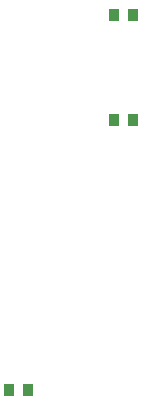
<source format=gbr>
G04 EAGLE Gerber RS-274X export*
G75*
%MOMM*%
%FSLAX34Y34*%
%LPD*%
%INSolderpaste Top*%
%IPPOS*%
%AMOC8*
5,1,8,0,0,1.08239X$1,22.5*%
G01*
%ADD10R,0.949959X1.031241*%


D10*
X792099Y393700D03*
X808101Y393700D03*
X792099Y482600D03*
X808101Y482600D03*
X703199Y165100D03*
X719201Y165100D03*
M02*

</source>
